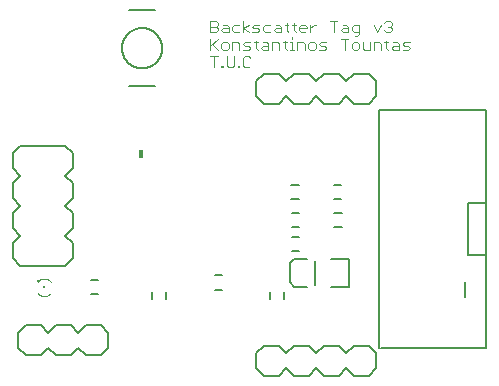
<source format=gto>
G75*
%MOIN*%
%OFA0B0*%
%FSLAX25Y25*%
%IPPOS*%
%LPD*%
%AMOC8*
5,1,8,0,0,1.08239X$1,22.5*
%
%ADD10C,0.00300*%
%ADD11C,0.00600*%
%ADD12C,0.00800*%
%ADD13C,0.00500*%
%ADD14C,0.00400*%
%ADD15R,0.00787X0.00787*%
%ADD16R,0.00591X0.00984*%
%ADD17R,0.01800X0.03000*%
D10*
X0090389Y0225789D02*
X0090389Y0229429D01*
X0091602Y0229429D02*
X0089175Y0229429D01*
X0089175Y0231695D02*
X0089175Y0235335D01*
X0089782Y0233515D02*
X0091602Y0231695D01*
X0092800Y0232302D02*
X0093407Y0231695D01*
X0094620Y0231695D01*
X0095227Y0232302D01*
X0095227Y0233515D01*
X0094620Y0234122D01*
X0093407Y0234122D01*
X0092800Y0233515D01*
X0092800Y0232302D01*
X0091602Y0235335D02*
X0089175Y0232908D01*
X0089175Y0237600D02*
X0090995Y0237600D01*
X0091602Y0238207D01*
X0091602Y0238814D01*
X0090995Y0239420D01*
X0089175Y0239420D01*
X0089175Y0237600D02*
X0089175Y0241241D01*
X0090995Y0241241D01*
X0091602Y0240634D01*
X0091602Y0240027D01*
X0090995Y0239420D01*
X0092800Y0238207D02*
X0093407Y0238814D01*
X0095227Y0238814D01*
X0095227Y0239420D02*
X0095227Y0237600D01*
X0093407Y0237600D01*
X0092800Y0238207D01*
X0093407Y0240027D02*
X0094620Y0240027D01*
X0095227Y0239420D01*
X0096425Y0239420D02*
X0096425Y0238207D01*
X0097032Y0237600D01*
X0098852Y0237600D01*
X0100051Y0237600D02*
X0100051Y0241241D01*
X0098852Y0240027D02*
X0097032Y0240027D01*
X0096425Y0239420D01*
X0100051Y0238814D02*
X0101871Y0240027D01*
X0103072Y0239420D02*
X0103678Y0240027D01*
X0105498Y0240027D01*
X0106697Y0239420D02*
X0106697Y0238207D01*
X0107303Y0237600D01*
X0109123Y0237600D01*
X0110322Y0238207D02*
X0110929Y0238814D01*
X0112749Y0238814D01*
X0112749Y0239420D02*
X0112749Y0237600D01*
X0110929Y0237600D01*
X0110322Y0238207D01*
X0110929Y0240027D02*
X0112142Y0240027D01*
X0112749Y0239420D01*
X0113947Y0240027D02*
X0115160Y0240027D01*
X0114554Y0240634D02*
X0114554Y0238207D01*
X0115160Y0237600D01*
X0116970Y0238207D02*
X0117577Y0237600D01*
X0116970Y0238207D02*
X0116970Y0240634D01*
X0116364Y0240027D02*
X0117577Y0240027D01*
X0118780Y0239420D02*
X0119387Y0240027D01*
X0120601Y0240027D01*
X0121207Y0239420D01*
X0121207Y0238814D01*
X0118780Y0238814D01*
X0118780Y0239420D02*
X0118780Y0238207D01*
X0119387Y0237600D01*
X0120601Y0237600D01*
X0122406Y0237600D02*
X0122406Y0240027D01*
X0122406Y0238814D02*
X0123619Y0240027D01*
X0124226Y0240027D01*
X0129052Y0241241D02*
X0131478Y0241241D01*
X0130265Y0241241D02*
X0130265Y0237600D01*
X0132677Y0238207D02*
X0133284Y0238814D01*
X0135104Y0238814D01*
X0135104Y0239420D02*
X0135104Y0237600D01*
X0133284Y0237600D01*
X0132677Y0238207D01*
X0133284Y0240027D02*
X0134497Y0240027D01*
X0135104Y0239420D01*
X0136302Y0239420D02*
X0136302Y0238207D01*
X0136909Y0237600D01*
X0138729Y0237600D01*
X0138729Y0236994D02*
X0138729Y0240027D01*
X0136909Y0240027D01*
X0136302Y0239420D01*
X0137515Y0236387D02*
X0138122Y0236387D01*
X0138729Y0236994D01*
X0138122Y0234122D02*
X0136909Y0234122D01*
X0136302Y0233515D01*
X0136302Y0232302D01*
X0136909Y0231695D01*
X0138122Y0231695D01*
X0138729Y0232302D01*
X0138729Y0233515D01*
X0138122Y0234122D01*
X0139927Y0234122D02*
X0139927Y0232302D01*
X0140534Y0231695D01*
X0142354Y0231695D01*
X0142354Y0234122D01*
X0143552Y0234122D02*
X0145372Y0234122D01*
X0145979Y0233515D01*
X0145979Y0231695D01*
X0147784Y0232302D02*
X0148391Y0231695D01*
X0147784Y0232302D02*
X0147784Y0234728D01*
X0147177Y0234122D02*
X0148391Y0234122D01*
X0150201Y0234122D02*
X0151414Y0234122D01*
X0152021Y0233515D01*
X0152021Y0231695D01*
X0150201Y0231695D01*
X0149594Y0232302D01*
X0150201Y0232908D01*
X0152021Y0232908D01*
X0153219Y0233515D02*
X0153826Y0234122D01*
X0155646Y0234122D01*
X0155039Y0232908D02*
X0153826Y0232908D01*
X0153219Y0233515D01*
X0153219Y0231695D02*
X0155039Y0231695D01*
X0155646Y0232302D01*
X0155039Y0232908D01*
X0149604Y0238207D02*
X0148997Y0237600D01*
X0147784Y0237600D01*
X0147177Y0238207D01*
X0148391Y0239420D02*
X0148997Y0239420D01*
X0149604Y0238814D01*
X0149604Y0238207D01*
X0148997Y0239420D02*
X0149604Y0240027D01*
X0149604Y0240634D01*
X0148997Y0241241D01*
X0147784Y0241241D01*
X0147177Y0240634D01*
X0145979Y0240027D02*
X0144766Y0237600D01*
X0143552Y0240027D01*
X0143552Y0234122D02*
X0143552Y0231695D01*
X0135104Y0235335D02*
X0132677Y0235335D01*
X0133890Y0235335D02*
X0133890Y0231695D01*
X0127853Y0232302D02*
X0127247Y0232908D01*
X0126033Y0232908D01*
X0125427Y0233515D01*
X0126033Y0234122D01*
X0127853Y0234122D01*
X0127853Y0232302D02*
X0127247Y0231695D01*
X0125427Y0231695D01*
X0124228Y0232302D02*
X0123621Y0231695D01*
X0122408Y0231695D01*
X0121801Y0232302D01*
X0121801Y0233515D01*
X0122408Y0234122D01*
X0123621Y0234122D01*
X0124228Y0233515D01*
X0124228Y0232302D01*
X0120603Y0231695D02*
X0120603Y0233515D01*
X0119996Y0234122D01*
X0118176Y0234122D01*
X0118176Y0231695D01*
X0116973Y0231695D02*
X0115760Y0231695D01*
X0116366Y0231695D02*
X0116366Y0234122D01*
X0115760Y0234122D01*
X0114556Y0234122D02*
X0113343Y0234122D01*
X0113949Y0234728D02*
X0113949Y0232302D01*
X0114556Y0231695D01*
X0112144Y0231695D02*
X0112144Y0233515D01*
X0111538Y0234122D01*
X0109718Y0234122D01*
X0109718Y0231695D01*
X0108519Y0231695D02*
X0108519Y0233515D01*
X0107913Y0234122D01*
X0106699Y0234122D01*
X0106699Y0232908D02*
X0108519Y0232908D01*
X0108519Y0231695D02*
X0106699Y0231695D01*
X0106092Y0232302D01*
X0106699Y0232908D01*
X0104889Y0231695D02*
X0104282Y0232302D01*
X0104282Y0234728D01*
X0103676Y0234122D02*
X0104889Y0234122D01*
X0102477Y0234122D02*
X0100657Y0234122D01*
X0100051Y0233515D01*
X0100657Y0232908D01*
X0101871Y0232908D01*
X0102477Y0232302D01*
X0101871Y0231695D01*
X0100051Y0231695D01*
X0098852Y0231695D02*
X0098852Y0233515D01*
X0098246Y0234122D01*
X0096425Y0234122D01*
X0096425Y0231695D01*
X0097040Y0229429D02*
X0097040Y0226396D01*
X0096433Y0225789D01*
X0095220Y0225789D01*
X0094613Y0226396D01*
X0094613Y0229429D01*
X0093407Y0226396D02*
X0093407Y0225789D01*
X0092800Y0225789D01*
X0092800Y0226396D01*
X0093407Y0226396D01*
X0098238Y0226396D02*
X0098845Y0226396D01*
X0098845Y0225789D01*
X0098238Y0225789D01*
X0098238Y0226396D01*
X0100051Y0226396D02*
X0100051Y0228823D01*
X0100657Y0229429D01*
X0101871Y0229429D01*
X0102477Y0228823D01*
X0102477Y0226396D02*
X0101871Y0225789D01*
X0100657Y0225789D01*
X0100051Y0226396D01*
X0101871Y0237600D02*
X0100051Y0238814D01*
X0103072Y0239420D02*
X0103678Y0238814D01*
X0104892Y0238814D01*
X0105498Y0238207D01*
X0104892Y0237600D01*
X0103072Y0237600D01*
X0106697Y0239420D02*
X0107303Y0240027D01*
X0109123Y0240027D01*
X0116366Y0235942D02*
X0116366Y0235335D01*
D11*
X0116191Y0186652D02*
X0118554Y0186652D01*
X0118554Y0181928D02*
X0116191Y0181928D01*
X0116270Y0177171D02*
X0118632Y0177171D01*
X0118632Y0172447D02*
X0116270Y0172447D01*
X0116278Y0169221D02*
X0118641Y0169221D01*
X0118641Y0164497D02*
X0116278Y0164497D01*
X0113751Y0150991D02*
X0113751Y0148628D01*
X0109027Y0148628D02*
X0109027Y0150991D01*
X0092902Y0151731D02*
X0090540Y0151731D01*
X0090540Y0156455D02*
X0092902Y0156455D01*
X0074306Y0150998D02*
X0074306Y0148635D01*
X0069582Y0148635D02*
X0069582Y0150998D01*
X0051699Y0150107D02*
X0049337Y0150107D01*
X0049337Y0154831D02*
X0051699Y0154831D01*
X0043296Y0162253D02*
X0040796Y0159753D01*
X0025796Y0159753D01*
X0023296Y0162253D01*
X0023296Y0167253D01*
X0025796Y0169753D01*
X0023296Y0172253D01*
X0023296Y0177253D01*
X0025796Y0179753D01*
X0023296Y0182253D01*
X0023296Y0187253D01*
X0025796Y0189753D01*
X0023296Y0192253D01*
X0023296Y0197253D01*
X0025796Y0199753D01*
X0040796Y0199753D01*
X0043296Y0197253D01*
X0043296Y0192253D01*
X0040796Y0189753D01*
X0043296Y0187253D01*
X0043296Y0182253D01*
X0040796Y0179753D01*
X0043296Y0177253D01*
X0043296Y0172253D01*
X0040796Y0169753D01*
X0043296Y0167253D01*
X0043296Y0162253D01*
X0130528Y0172444D02*
X0132890Y0172444D01*
X0132890Y0177169D02*
X0130528Y0177169D01*
X0130501Y0181903D02*
X0132863Y0181903D01*
X0132863Y0186628D02*
X0130501Y0186628D01*
D12*
X0111961Y0123060D02*
X0106961Y0123060D01*
X0104461Y0125560D01*
X0104461Y0130560D01*
X0106961Y0133060D01*
X0111961Y0133060D01*
X0114461Y0130560D01*
X0116961Y0133060D01*
X0121961Y0133060D01*
X0124461Y0130560D01*
X0126961Y0133060D01*
X0131961Y0133060D01*
X0134461Y0130560D01*
X0136961Y0133060D01*
X0141961Y0133060D01*
X0144461Y0130560D01*
X0144461Y0125560D01*
X0141961Y0123060D01*
X0136961Y0123060D01*
X0134461Y0125560D01*
X0131961Y0123060D01*
X0126961Y0123060D01*
X0124461Y0125560D01*
X0121961Y0123060D01*
X0116961Y0123060D01*
X0114461Y0125560D01*
X0111961Y0123060D01*
X0117167Y0152573D02*
X0121498Y0152573D01*
X0117167Y0152573D02*
X0115592Y0154148D01*
X0115592Y0160447D01*
X0117167Y0162022D01*
X0121498Y0162022D01*
X0129372Y0162022D02*
X0135277Y0162022D01*
X0135277Y0152573D01*
X0129372Y0152573D01*
X0145501Y0132115D02*
X0145501Y0211643D01*
X0180934Y0211643D01*
X0180934Y0180540D01*
X0175028Y0180540D01*
X0175028Y0163217D01*
X0180934Y0163217D01*
X0180934Y0132115D01*
X0145894Y0132115D01*
X0174143Y0149379D02*
X0174143Y0154379D01*
X0180934Y0163217D02*
X0180934Y0180540D01*
X0144461Y0216103D02*
X0141961Y0213603D01*
X0136961Y0213603D01*
X0134461Y0216103D01*
X0131961Y0213603D01*
X0126961Y0213603D01*
X0124461Y0216103D01*
X0121961Y0213603D01*
X0116961Y0213603D01*
X0114461Y0216103D01*
X0111961Y0213603D01*
X0106961Y0213603D01*
X0104461Y0216103D01*
X0104461Y0221103D01*
X0106961Y0223603D01*
X0111961Y0223603D01*
X0114461Y0221103D01*
X0116961Y0223603D01*
X0121961Y0223603D01*
X0124461Y0221103D01*
X0126961Y0223603D01*
X0131961Y0223603D01*
X0134461Y0221103D01*
X0136961Y0223603D01*
X0141961Y0223603D01*
X0144461Y0221103D01*
X0144461Y0216103D01*
X0070719Y0219635D02*
X0062058Y0219635D01*
X0059696Y0232234D02*
X0059698Y0232398D01*
X0059704Y0232562D01*
X0059714Y0232726D01*
X0059728Y0232890D01*
X0059746Y0233053D01*
X0059768Y0233216D01*
X0059795Y0233378D01*
X0059825Y0233540D01*
X0059859Y0233700D01*
X0059897Y0233860D01*
X0059938Y0234019D01*
X0059984Y0234177D01*
X0060034Y0234333D01*
X0060087Y0234489D01*
X0060144Y0234643D01*
X0060205Y0234795D01*
X0060270Y0234946D01*
X0060339Y0235096D01*
X0060411Y0235243D01*
X0060486Y0235389D01*
X0060566Y0235533D01*
X0060648Y0235675D01*
X0060734Y0235815D01*
X0060824Y0235952D01*
X0060917Y0236088D01*
X0061013Y0236221D01*
X0061113Y0236352D01*
X0061215Y0236480D01*
X0061321Y0236606D01*
X0061430Y0236729D01*
X0061542Y0236849D01*
X0061656Y0236967D01*
X0061774Y0237081D01*
X0061894Y0237193D01*
X0062017Y0237302D01*
X0062143Y0237408D01*
X0062271Y0237510D01*
X0062402Y0237610D01*
X0062535Y0237706D01*
X0062671Y0237799D01*
X0062808Y0237889D01*
X0062948Y0237975D01*
X0063090Y0238057D01*
X0063234Y0238137D01*
X0063380Y0238212D01*
X0063527Y0238284D01*
X0063677Y0238353D01*
X0063828Y0238418D01*
X0063980Y0238479D01*
X0064134Y0238536D01*
X0064290Y0238589D01*
X0064446Y0238639D01*
X0064604Y0238685D01*
X0064763Y0238726D01*
X0064923Y0238764D01*
X0065083Y0238798D01*
X0065245Y0238828D01*
X0065407Y0238855D01*
X0065570Y0238877D01*
X0065733Y0238895D01*
X0065897Y0238909D01*
X0066061Y0238919D01*
X0066225Y0238925D01*
X0066389Y0238927D01*
X0066553Y0238925D01*
X0066717Y0238919D01*
X0066881Y0238909D01*
X0067045Y0238895D01*
X0067208Y0238877D01*
X0067371Y0238855D01*
X0067533Y0238828D01*
X0067695Y0238798D01*
X0067855Y0238764D01*
X0068015Y0238726D01*
X0068174Y0238685D01*
X0068332Y0238639D01*
X0068488Y0238589D01*
X0068644Y0238536D01*
X0068798Y0238479D01*
X0068950Y0238418D01*
X0069101Y0238353D01*
X0069251Y0238284D01*
X0069398Y0238212D01*
X0069544Y0238137D01*
X0069688Y0238057D01*
X0069830Y0237975D01*
X0069970Y0237889D01*
X0070107Y0237799D01*
X0070243Y0237706D01*
X0070376Y0237610D01*
X0070507Y0237510D01*
X0070635Y0237408D01*
X0070761Y0237302D01*
X0070884Y0237193D01*
X0071004Y0237081D01*
X0071122Y0236967D01*
X0071236Y0236849D01*
X0071348Y0236729D01*
X0071457Y0236606D01*
X0071563Y0236480D01*
X0071665Y0236352D01*
X0071765Y0236221D01*
X0071861Y0236088D01*
X0071954Y0235952D01*
X0072044Y0235815D01*
X0072130Y0235675D01*
X0072212Y0235533D01*
X0072292Y0235389D01*
X0072367Y0235243D01*
X0072439Y0235096D01*
X0072508Y0234946D01*
X0072573Y0234795D01*
X0072634Y0234643D01*
X0072691Y0234489D01*
X0072744Y0234333D01*
X0072794Y0234177D01*
X0072840Y0234019D01*
X0072881Y0233860D01*
X0072919Y0233700D01*
X0072953Y0233540D01*
X0072983Y0233378D01*
X0073010Y0233216D01*
X0073032Y0233053D01*
X0073050Y0232890D01*
X0073064Y0232726D01*
X0073074Y0232562D01*
X0073080Y0232398D01*
X0073082Y0232234D01*
X0073080Y0232070D01*
X0073074Y0231906D01*
X0073064Y0231742D01*
X0073050Y0231578D01*
X0073032Y0231415D01*
X0073010Y0231252D01*
X0072983Y0231090D01*
X0072953Y0230928D01*
X0072919Y0230768D01*
X0072881Y0230608D01*
X0072840Y0230449D01*
X0072794Y0230291D01*
X0072744Y0230135D01*
X0072691Y0229979D01*
X0072634Y0229825D01*
X0072573Y0229673D01*
X0072508Y0229522D01*
X0072439Y0229372D01*
X0072367Y0229225D01*
X0072292Y0229079D01*
X0072212Y0228935D01*
X0072130Y0228793D01*
X0072044Y0228653D01*
X0071954Y0228516D01*
X0071861Y0228380D01*
X0071765Y0228247D01*
X0071665Y0228116D01*
X0071563Y0227988D01*
X0071457Y0227862D01*
X0071348Y0227739D01*
X0071236Y0227619D01*
X0071122Y0227501D01*
X0071004Y0227387D01*
X0070884Y0227275D01*
X0070761Y0227166D01*
X0070635Y0227060D01*
X0070507Y0226958D01*
X0070376Y0226858D01*
X0070243Y0226762D01*
X0070107Y0226669D01*
X0069970Y0226579D01*
X0069830Y0226493D01*
X0069688Y0226411D01*
X0069544Y0226331D01*
X0069398Y0226256D01*
X0069251Y0226184D01*
X0069101Y0226115D01*
X0068950Y0226050D01*
X0068798Y0225989D01*
X0068644Y0225932D01*
X0068488Y0225879D01*
X0068332Y0225829D01*
X0068174Y0225783D01*
X0068015Y0225742D01*
X0067855Y0225704D01*
X0067695Y0225670D01*
X0067533Y0225640D01*
X0067371Y0225613D01*
X0067208Y0225591D01*
X0067045Y0225573D01*
X0066881Y0225559D01*
X0066717Y0225549D01*
X0066553Y0225543D01*
X0066389Y0225541D01*
X0066225Y0225543D01*
X0066061Y0225549D01*
X0065897Y0225559D01*
X0065733Y0225573D01*
X0065570Y0225591D01*
X0065407Y0225613D01*
X0065245Y0225640D01*
X0065083Y0225670D01*
X0064923Y0225704D01*
X0064763Y0225742D01*
X0064604Y0225783D01*
X0064446Y0225829D01*
X0064290Y0225879D01*
X0064134Y0225932D01*
X0063980Y0225989D01*
X0063828Y0226050D01*
X0063677Y0226115D01*
X0063527Y0226184D01*
X0063380Y0226256D01*
X0063234Y0226331D01*
X0063090Y0226411D01*
X0062948Y0226493D01*
X0062808Y0226579D01*
X0062671Y0226669D01*
X0062535Y0226762D01*
X0062402Y0226858D01*
X0062271Y0226958D01*
X0062143Y0227060D01*
X0062017Y0227166D01*
X0061894Y0227275D01*
X0061774Y0227387D01*
X0061656Y0227501D01*
X0061542Y0227619D01*
X0061430Y0227739D01*
X0061321Y0227862D01*
X0061215Y0227988D01*
X0061113Y0228116D01*
X0061013Y0228247D01*
X0060917Y0228380D01*
X0060824Y0228516D01*
X0060734Y0228653D01*
X0060648Y0228793D01*
X0060566Y0228935D01*
X0060486Y0229079D01*
X0060411Y0229225D01*
X0060339Y0229372D01*
X0060270Y0229522D01*
X0060205Y0229673D01*
X0060144Y0229825D01*
X0060087Y0229979D01*
X0060034Y0230135D01*
X0059984Y0230291D01*
X0059938Y0230449D01*
X0059897Y0230608D01*
X0059859Y0230768D01*
X0059825Y0230928D01*
X0059795Y0231090D01*
X0059768Y0231252D01*
X0059746Y0231415D01*
X0059728Y0231578D01*
X0059714Y0231742D01*
X0059704Y0231906D01*
X0059698Y0232070D01*
X0059696Y0232234D01*
X0062058Y0244832D02*
X0070719Y0244832D01*
X0052646Y0139871D02*
X0047646Y0139871D01*
X0045146Y0137371D01*
X0042646Y0139871D01*
X0037646Y0139871D01*
X0035146Y0137371D01*
X0032646Y0139871D01*
X0027646Y0139871D01*
X0025146Y0137371D01*
X0025146Y0132371D01*
X0027646Y0129871D01*
X0032646Y0129871D01*
X0035146Y0132371D01*
X0037646Y0129871D01*
X0042646Y0129871D01*
X0045146Y0132371D01*
X0047646Y0129871D01*
X0052646Y0129871D01*
X0055146Y0132371D01*
X0055146Y0137371D01*
X0052646Y0139871D01*
D13*
X0123935Y0153298D02*
X0123935Y0161298D01*
D14*
X0035922Y0150490D02*
X0035849Y0150413D01*
X0035774Y0150338D01*
X0035696Y0150267D01*
X0035615Y0150198D01*
X0035532Y0150132D01*
X0035447Y0150069D01*
X0035359Y0150010D01*
X0035270Y0149953D01*
X0035178Y0149900D01*
X0035084Y0149850D01*
X0034989Y0149804D01*
X0034892Y0149761D01*
X0034794Y0149722D01*
X0034694Y0149686D01*
X0034593Y0149654D01*
X0034491Y0149626D01*
X0034388Y0149601D01*
X0034284Y0149580D01*
X0034179Y0149563D01*
X0034074Y0149549D01*
X0033969Y0149540D01*
X0033863Y0149534D01*
X0033757Y0149532D01*
X0033651Y0149534D01*
X0033545Y0149540D01*
X0033440Y0149549D01*
X0033335Y0149563D01*
X0033230Y0149580D01*
X0033126Y0149601D01*
X0033023Y0149626D01*
X0032921Y0149654D01*
X0032820Y0149686D01*
X0032720Y0149722D01*
X0032622Y0149761D01*
X0032525Y0149804D01*
X0032430Y0149850D01*
X0032336Y0149900D01*
X0032244Y0149953D01*
X0032155Y0150010D01*
X0032067Y0150069D01*
X0031982Y0150132D01*
X0031899Y0150198D01*
X0031818Y0150267D01*
X0031740Y0150338D01*
X0031665Y0150413D01*
X0031592Y0150490D01*
X0031592Y0154426D02*
X0031665Y0154503D01*
X0031740Y0154578D01*
X0031818Y0154649D01*
X0031899Y0154718D01*
X0031982Y0154784D01*
X0032067Y0154847D01*
X0032155Y0154906D01*
X0032244Y0154963D01*
X0032336Y0155016D01*
X0032430Y0155066D01*
X0032525Y0155112D01*
X0032622Y0155155D01*
X0032720Y0155194D01*
X0032820Y0155230D01*
X0032921Y0155262D01*
X0033023Y0155290D01*
X0033126Y0155315D01*
X0033230Y0155336D01*
X0033335Y0155353D01*
X0033440Y0155367D01*
X0033545Y0155376D01*
X0033651Y0155382D01*
X0033757Y0155384D01*
X0033863Y0155382D01*
X0033969Y0155376D01*
X0034074Y0155367D01*
X0034179Y0155353D01*
X0034284Y0155336D01*
X0034388Y0155315D01*
X0034491Y0155290D01*
X0034593Y0155262D01*
X0034694Y0155230D01*
X0034794Y0155194D01*
X0034892Y0155155D01*
X0034989Y0155112D01*
X0035084Y0155066D01*
X0035178Y0155016D01*
X0035270Y0154963D01*
X0035359Y0154906D01*
X0035447Y0154847D01*
X0035532Y0154784D01*
X0035615Y0154718D01*
X0035696Y0154649D01*
X0035774Y0154578D01*
X0035849Y0154503D01*
X0035922Y0154426D01*
D15*
X0033757Y0152458D03*
D16*
X0031690Y0154722D03*
D17*
X0065917Y0196926D03*
M02*

</source>
